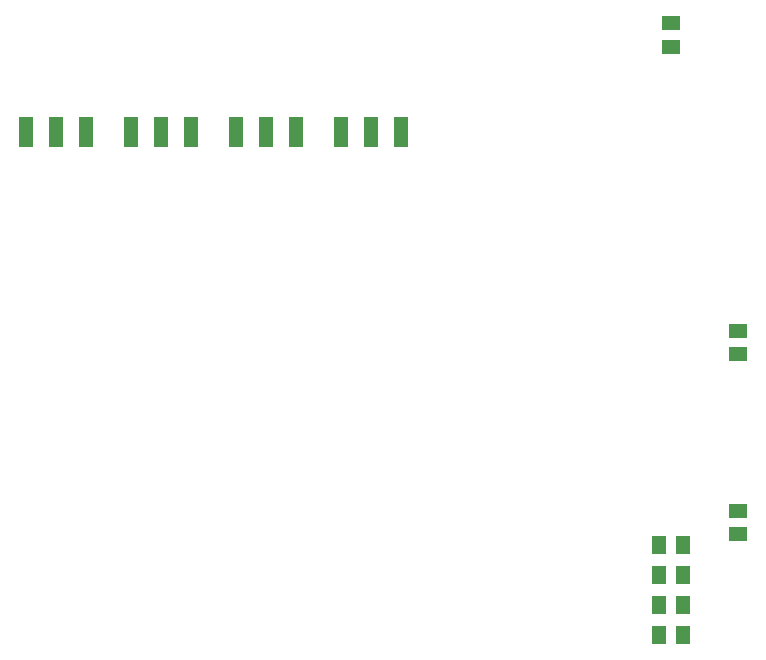
<source format=gbr>
G04 EAGLE Gerber RS-274X export*
G75*
%MOMM*%
%FSLAX34Y34*%
%LPD*%
%INSolderpaste Top*%
%IPPOS*%
%AMOC8*
5,1,8,0,0,1.08239X$1,22.5*%
G01*
%ADD10R,1.270000X2.540000*%
%ADD11R,1.600000X1.300000*%
%ADD12R,1.300000X1.600000*%


D10*
X25400Y444500D03*
X292100Y444500D03*
X317500Y444500D03*
X342900Y444500D03*
X50800Y444500D03*
X76200Y444500D03*
X114300Y444500D03*
X139700Y444500D03*
X165100Y444500D03*
X203200Y444500D03*
X228600Y444500D03*
X254000Y444500D03*
D11*
X628650Y276700D03*
X628650Y256700D03*
X628650Y104300D03*
X628650Y124300D03*
X571500Y537050D03*
X571500Y517050D03*
D12*
X561500Y95250D03*
X581500Y95250D03*
X561500Y69850D03*
X581500Y69850D03*
X561500Y44450D03*
X581500Y44450D03*
X561500Y19050D03*
X581500Y19050D03*
M02*

</source>
